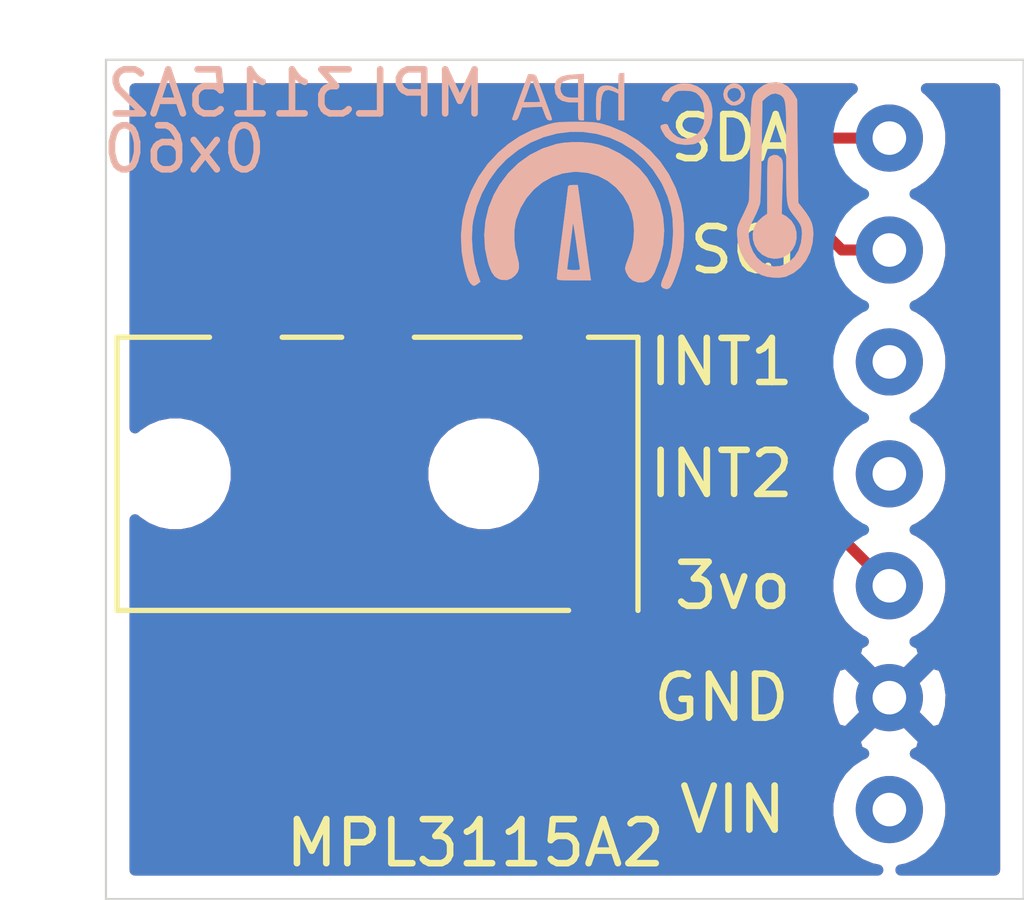
<source format=kicad_pcb>
(kicad_pcb (version 20171130) (host pcbnew "(5.1.5)-3")

  (general
    (thickness 1.6)
    (drawings 7)
    (tracks 9)
    (zones 0)
    (modules 3)
    (nets 8)
  )

  (page A4)
  (layers
    (0 F.Cu signal)
    (31 B.Cu signal)
    (32 B.Adhes user)
    (33 F.Adhes user)
    (34 B.Paste user)
    (35 F.Paste user)
    (36 B.SilkS user)
    (37 F.SilkS user)
    (38 B.Mask user)
    (39 F.Mask user)
    (40 Dwgs.User user)
    (41 Cmts.User user)
    (42 Eco1.User user)
    (43 Eco2.User user)
    (44 Edge.Cuts user)
    (45 Margin user)
    (46 B.CrtYd user)
    (47 F.CrtYd user)
    (48 B.Fab user)
    (49 F.Fab user)
  )

  (setup
    (last_trace_width 0.25)
    (trace_clearance 0.2)
    (zone_clearance 0.508)
    (zone_45_only no)
    (trace_min 0.2)
    (via_size 0.8)
    (via_drill 0.4)
    (via_min_size 0.4)
    (via_min_drill 0.3)
    (uvia_size 0.3)
    (uvia_drill 0.1)
    (uvias_allowed no)
    (uvia_min_size 0.2)
    (uvia_min_drill 0.1)
    (edge_width 0.05)
    (segment_width 0.2)
    (pcb_text_width 0.3)
    (pcb_text_size 1.5 1.5)
    (mod_edge_width 0.12)
    (mod_text_size 1 1)
    (mod_text_width 0.15)
    (pad_size 1.524 1.524)
    (pad_drill 0.762)
    (pad_to_mask_clearance 0.051)
    (solder_mask_min_width 0.25)
    (aux_axis_origin 0 0)
    (visible_elements 7FFFFFFF)
    (pcbplotparams
      (layerselection 0x010fc_ffffffff)
      (usegerberextensions false)
      (usegerberattributes false)
      (usegerberadvancedattributes false)
      (creategerberjobfile false)
      (excludeedgelayer true)
      (linewidth 0.100000)
      (plotframeref false)
      (viasonmask false)
      (mode 1)
      (useauxorigin false)
      (hpglpennumber 1)
      (hpglpenspeed 20)
      (hpglpendiameter 15.000000)
      (psnegative false)
      (psa4output false)
      (plotreference true)
      (plotvalue true)
      (plotinvisibletext false)
      (padsonsilk false)
      (subtractmaskfromsilk false)
      (outputformat 1)
      (mirror false)
      (drillshape 0)
      (scaleselection 1)
      (outputdirectory "gerbers/"))
  )

  (net 0 "")
  (net 1 GND)
  (net 2 SDA)
  (net 3 SCL)
  (net 4 +3V3)
  (net 5 "Net-(U1-Pad5)")
  (net 6 "Net-(U1-Pad4)")
  (net 7 "Net-(U1-Pad1)")

  (net_class Default "Ceci est la Netclass par défaut."
    (clearance 0.2)
    (trace_width 0.25)
    (via_dia 0.8)
    (via_drill 0.4)
    (uvia_dia 0.3)
    (uvia_drill 0.1)
    (add_net +3V3)
    (add_net GND)
    (add_net "Net-(U1-Pad1)")
    (add_net "Net-(U1-Pad4)")
    (add_net "Net-(U1-Pad5)")
    (add_net SCL)
    (add_net SDA)
  )

  (module usini_sensors:module_mpl3115a2 (layer F.Cu) (tedit 5FE091A3) (tstamp 5FDD16BA)
    (at 182.118 28.448 180)
    (path /5FDD0FA7)
    (fp_text reference U1 (at 2.921 -12.446 180) (layer F.SilkS) hide
      (effects (font (size 1 1) (thickness 0.15)))
    )
    (fp_text value module_mpl3115a2 (at 8.509 7.366 180) (layer F.Fab)
      (effects (font (size 1 1) (thickness 0.15)))
    )
    (fp_text user SDA (at 6.096 5.08 180) (layer F.SilkS)
      (effects (font (size 1 1) (thickness 0.15)))
    )
    (fp_text user SCI (at 5.842 2.54 180) (layer F.SilkS)
      (effects (font (size 1 1) (thickness 0.15)))
    )
    (fp_text user INT1 (at 6.35 0 180) (layer F.SilkS)
      (effects (font (size 1 1) (thickness 0.15)))
    )
    (fp_text user INT2 (at 6.35 -2.54 180) (layer F.SilkS)
      (effects (font (size 1 1) (thickness 0.15)))
    )
    (fp_text user 3vo (at 6.096 -5.08 180) (layer F.SilkS)
      (effects (font (size 1 1) (thickness 0.15)))
    )
    (fp_text user GND (at 6.35 -7.62 180) (layer F.SilkS)
      (effects (font (size 1 1) (thickness 0.15)))
    )
    (fp_text user VIN (at 6.096 -10.16 180) (layer F.SilkS)
      (effects (font (size 1 1) (thickness 0.15)))
    )
    (pad 7 thru_hole circle (at 2.54 5.08 180) (size 1.524 1.524) (drill 0.762) (layers *.Cu *.Mask)
      (net 2 SDA))
    (pad 6 thru_hole circle (at 2.54 2.54 180) (size 1.524 1.524) (drill 0.762) (layers *.Cu *.Mask)
      (net 3 SCL))
    (pad 5 thru_hole circle (at 2.54 0 180) (size 1.524 1.524) (drill 0.762) (layers *.Cu *.Mask)
      (net 5 "Net-(U1-Pad5)"))
    (pad 4 thru_hole circle (at 2.54 -2.54 180) (size 1.524 1.524) (drill 0.762) (layers *.Cu *.Mask)
      (net 6 "Net-(U1-Pad4)"))
    (pad 3 thru_hole circle (at 2.54 -5.08 180) (size 1.524 1.524) (drill 0.762) (layers *.Cu *.Mask)
      (net 4 +3V3))
    (pad 2 thru_hole circle (at 2.54 -7.62 180) (size 1.524 1.524) (drill 0.762) (layers *.Cu *.Mask)
      (net 1 GND))
    (pad 1 thru_hole circle (at 2.54 -10.16 180) (size 1.524 1.524) (drill 0.762) (layers *.Cu *.Mask)
      (net 7 "Net-(U1-Pad1)"))
    (model ${KIPRJMOD}/usini_sensors.pretty/MPL3115A2.step
      (offset (xyz 0 -6.5 10.76))
      (scale (xyz 1 1 1))
      (rotate (xyz 0 0 0))
    )
    (model ${KISYS3DMOD}/Connector_PinHeader_2.54mm.3dshapes/PinHeader_1x07_P2.54mm_Vertical.step
      (offset (xyz 2.5 10 9.5))
      (scale (xyz 1 1 1))
      (rotate (xyz 0 180 0))
    )
    (model ${KISYS3DMOD}/Connector_PinSocket_2.54mm.3dshapes/PinSocket_1x07_P2.54mm_Vertical.step
      (offset (xyz 2.5 10 0))
      (scale (xyz 1 1 1))
      (rotate (xyz 0 0 0))
    )
  )

  (module usini_sensors:temp_hum_baro_logo (layer B.Cu) (tedit 5FDCB3DA) (tstamp 5FDA7B51)
    (at 174.498 24.384 180)
    (fp_text reference L1 (at -4.064 -5.588 180) (layer B.SilkS) hide
      (effects (font (size 1.524 1.524) (thickness 0.3)) (justify mirror))
    )
    (fp_text value LOGO (at 0.762 -5.842 180) (layer B.SilkS) hide
      (effects (font (size 1.524 1.524) (thickness 0.3)) (justify mirror))
    )
    (fp_poly (pts (xy -2.381278 0.600802) (xy -2.3622 0.584201) (xy -2.346297 0.565731) (xy -2.334104 0.541864)
      (xy -2.325132 0.506149) (xy -2.318888 0.452133) (xy -2.314884 0.373365) (xy -2.312629 0.263393)
      (xy -2.311631 0.115763) (xy -2.311401 -0.075974) (xy -2.3114 -0.08401) (xy -2.3114 -0.70142)
      (xy -2.200925 -0.779291) (xy -2.088498 -0.885343) (xy -2.016829 -1.009894) (xy -1.983801 -1.144851)
      (xy -1.987301 -1.282125) (xy -2.025212 -1.413623) (xy -2.095421 -1.531255) (xy -2.195812 -1.62693)
      (xy -2.32427 -1.692557) (xy -2.446301 -1.71803) (xy -2.542653 -1.715142) (xy -2.639008 -1.695409)
      (xy -2.650359 -1.6915) (xy -2.780676 -1.619094) (xy -2.878212 -1.51639) (xy -2.942428 -1.392347)
      (xy -2.972782 -1.255925) (xy -2.968735 -1.116084) (xy -2.929746 -0.981783) (xy -2.855274 -0.861984)
      (xy -2.744781 -0.765645) (xy -2.707488 -0.744185) (xy -2.633676 -0.705797) (xy -2.650614 -0.102675)
      (xy -2.655804 0.087837) (xy -2.659067 0.234284) (xy -2.660043 0.343376) (xy -2.658373 0.421824)
      (xy -2.653697 0.476337) (xy -2.645653 0.513627) (xy -2.633883 0.540404) (xy -2.618026 0.563378)
      (xy -2.614633 0.567724) (xy -2.543967 0.622001) (xy -2.460981 0.633366) (xy -2.381278 0.600802)) (layer B.SilkS) (width 0.01))
    (fp_poly (pts (xy -1.482186 2.242429) (xy -1.392361 2.189092) (xy -1.335388 2.10802) (xy -1.31398 2.012273)
      (xy -1.330854 1.914911) (xy -1.388722 1.828995) (xy -1.395047 1.823146) (xy -1.489515 1.765679)
      (xy -1.589585 1.758448) (xy -1.682112 1.792194) (xy -1.759629 1.857258) (xy -1.79819 1.939059)
      (xy -1.801816 2.020306) (xy -1.719403 2.020306) (xy -1.707816 1.947809) (xy -1.660339 1.884289)
      (xy -1.625179 1.861465) (xy -1.569889 1.836131) (xy -1.532575 1.835215) (xy -1.489323 1.86168)
      (xy -1.463926 1.881444) (xy -1.409618 1.949488) (xy -1.397782 2.023912) (xy -1.423789 2.092063)
      (xy -1.483011 2.141289) (xy -1.565452 2.159) (xy -1.645558 2.139168) (xy -1.697762 2.088514)
      (xy -1.719403 2.020306) (xy -1.801816 2.020306) (xy -1.802151 2.027789) (xy -1.775868 2.113638)
      (xy -1.723697 2.186797) (xy -1.649992 2.237456) (xy -1.559111 2.255807) (xy -1.482186 2.242429)) (layer B.SilkS) (width 0.01))
    (fp_poly (pts (xy 3.297912 1.961871) (xy 3.352097 1.811488) (xy 3.399853 1.677312) (xy 3.438623 1.566659)
      (xy 3.465854 1.486844) (xy 3.478989 1.44518) (xy 3.4798 1.441171) (xy 3.458182 1.426636)
      (xy 3.421224 1.4224) (xy 3.384762 1.430791) (xy 3.355315 1.463031) (xy 3.324849 1.529721)
      (xy 3.310567 1.56845) (xy 3.258485 1.7145) (xy 2.801465 1.729008) (xy 2.745568 1.575704)
      (xy 2.711575 1.490447) (xy 2.68299 1.443637) (xy 2.651774 1.424733) (xy 2.628662 1.4224)
      (xy 2.590634 1.425238) (xy 2.579623 1.442894) (xy 2.591776 1.489082) (xy 2.601913 1.51765)
      (xy 2.626161 1.584468) (xy 2.661944 1.682319) (xy 2.70567 1.801462) (xy 2.719654 1.839477)
      (xy 2.8448 1.839477) (xy 2.868126 1.834369) (xy 2.929821 1.830592) (xy 3.017457 1.828846)
      (xy 3.034929 1.8288) (xy 3.225058 1.8288) (xy 3.178154 1.94945) (xy 3.141282 2.048552)
      (xy 3.102118 2.160061) (xy 3.086825 2.205732) (xy 3.059748 2.275275) (xy 3.035346 2.315791)
      (xy 3.022152 2.320032) (xy 3.007404 2.290501) (xy 2.981033 2.226107) (xy 2.947904 2.140037)
      (xy 2.912885 2.045476) (xy 2.880841 1.95561) (xy 2.856639 1.883626) (xy 2.845145 1.84271)
      (xy 2.8448 1.839477) (xy 2.719654 1.839477) (xy 2.753748 1.932153) (xy 2.802586 2.06465)
      (xy 2.848593 2.189211) (xy 2.888177 2.296093) (xy 2.917748 2.375553) (xy 2.933714 2.417849)
      (xy 2.934302 2.41935) (xy 2.975133 2.455489) (xy 3.03393 2.4638) (xy 3.116025 2.4638)
      (xy 3.297912 1.961871)) (layer B.SilkS) (width 0.01))
    (fp_poly (pts (xy 2.077999 2.458086) (xy 2.243838 2.440751) (xy 2.365257 2.408102) (xy 2.447221 2.356726)
      (xy 2.494698 2.28321) (xy 2.512652 2.18414) (xy 2.513135 2.159) (xy 2.494507 2.026583)
      (xy 2.439012 1.928468) (xy 2.345916 1.864003) (xy 2.214481 1.83254) (xy 2.13995 1.828968)
      (xy 1.9812 1.8288) (xy 1.9812 1.6256) (xy 1.980523 1.524822) (xy 1.976333 1.464477)
      (xy 1.965392 1.434203) (xy 1.944461 1.423633) (xy 1.9177 1.4224) (xy 1.8542 1.4224)
      (xy 1.8542 1.9304) (xy 1.9812 1.9304) (xy 2.117474 1.9304) (xy 2.223284 1.938921)
      (xy 2.298469 1.967549) (xy 2.320674 1.983044) (xy 2.371701 2.052719) (xy 2.389743 2.144467)
      (xy 2.372018 2.23951) (xy 2.361901 2.261159) (xy 2.315896 2.302523) (xy 2.234597 2.336408)
      (xy 2.13346 2.357585) (xy 2.06375 2.362059) (xy 1.9812 2.3622) (xy 1.9812 1.9304)
      (xy 1.8542 1.9304) (xy 1.8542 2.470847) (xy 2.077999 2.458086)) (layer B.SilkS) (width 0.01))
    (fp_poly (pts (xy 1.035623 2.48682) (xy 1.054558 2.472537) (xy 1.063681 2.435642) (xy 1.06657 2.365422)
      (xy 1.0668 2.299074) (xy 1.0668 2.108947) (xy 1.14935 2.159279) (xy 1.234882 2.193716)
      (xy 1.332662 2.207713) (xy 1.42236 2.200149) (xy 1.475401 2.177243) (xy 1.515888 2.137614)
      (xy 1.544054 2.085343) (xy 1.561909 2.011364) (xy 1.571463 1.906609) (xy 1.574725 1.762015)
      (xy 1.5748 1.72887) (xy 1.574306 1.599795) (xy 1.571898 1.513121) (xy 1.566183 1.460452)
      (xy 1.55577 1.433393) (xy 1.539268 1.423547) (xy 1.524 1.4224) (xy 1.500138 1.426127)
      (xy 1.485189 1.443668) (xy 1.477092 1.484564) (xy 1.473784 1.558355) (xy 1.4732 1.657518)
      (xy 1.46714 1.836082) (xy 1.447516 1.967918) (xy 1.412157 2.055805) (xy 1.358894 2.102521)
      (xy 1.285555 2.110843) (xy 1.189972 2.08355) (xy 1.153188 2.067206) (xy 1.0668 2.026212)
      (xy 1.0668 1.4224) (xy 0.9398 1.4224) (xy 0.9398 2.4892) (xy 1.0033 2.4892)
      (xy 1.035623 2.48682)) (layer B.SilkS) (width 0.01))
    (fp_poly (pts (xy -0.2667 2.232565) (xy -0.125654 2.170321) (xy -0.010612 2.071882) (xy 0.050845 1.981111)
      (xy 0.081145 1.914971) (xy 0.080611 1.878605) (xy 0.043464 1.857597) (xy -0.003646 1.845207)
      (xy -0.055333 1.841102) (xy -0.079963 1.869077) (xy -0.085263 1.886849) (xy -0.112528 1.940799)
      (xy -0.162469 2.003724) (xy -0.178535 2.020004) (xy -0.22458 2.059845) (xy -0.269303 2.082532)
      (xy -0.329163 2.092822) (xy -0.420615 2.095468) (xy -0.439818 2.0955) (xy -0.583793 2.084087)
      (xy -0.691189 2.046386) (xy -0.771641 1.977203) (xy -0.827659 1.886451) (xy -0.859571 1.787502)
      (xy -0.879252 1.658519) (xy -0.88545 1.519069) (xy -0.876911 1.388718) (xy -0.863817 1.321605)
      (xy -0.806398 1.197156) (xy -0.713658 1.096657) (xy -0.596593 1.027244) (xy -0.466195 0.996051)
      (xy -0.370208 1.001267) (xy -0.268012 1.041815) (xy -0.170676 1.116233) (xy -0.095903 1.209239)
      (xy -0.072377 1.25831) (xy -0.046394 1.315283) (xy -0.015786 1.334166) (xy 0.023888 1.329258)
      (xy 0.088377 1.310171) (xy 0.111922 1.28418) (xy 0.102105 1.235695) (xy 0.087325 1.198792)
      (xy 0.00306 1.058027) (xy -0.114691 0.953873) (xy -0.261565 0.889057) (xy -0.433198 0.866306)
      (xy -0.4445 0.866342) (xy -0.540835 0.870849) (xy -0.627122 0.880726) (xy -0.668402 0.889429)
      (xy -0.792464 0.951919) (xy -0.89729 1.054107) (xy -0.979512 1.187431) (xy -1.035762 1.34333)
      (xy -1.062673 1.513245) (xy -1.056877 1.688613) (xy -1.031131 1.8115) (xy -0.960916 1.968548)
      (xy -0.854619 2.095607) (xy -0.719953 2.188428) (xy -0.564631 2.242762) (xy -0.396366 2.254361)
      (xy -0.2667 2.232565)) (layer B.SilkS) (width 0.01))
    (fp_poly (pts (xy -2.361449 2.267964) (xy -2.223617 2.213042) (xy -2.110754 2.128369) (xy -2.072562 2.091044)
      (xy -2.040728 2.057179) (xy -2.014592 2.02195) (xy -1.993497 1.980534) (xy -1.976785 1.928108)
      (xy -1.963797 1.859849) (xy -1.953874 1.770934) (xy -1.94636 1.65654) (xy -1.940594 1.511844)
      (xy -1.93592 1.332023) (xy -1.931678 1.112253) (xy -1.92721 0.847713) (xy -1.925992 0.7747)
      (xy -1.921754 0.538521) (xy -1.917212 0.315889) (xy -1.912523 0.112406) (xy -1.907838 -0.066326)
      (xy -1.903311 -0.214704) (xy -1.899098 -0.327128) (xy -1.89535 -0.397993) (xy -1.89324 -0.4191)
      (xy -1.876083 -0.472939) (xy -1.840742 -0.558603) (xy -1.792851 -0.663045) (xy -1.752399 -0.745237)
      (xy -1.694798 -0.862005) (xy -1.657673 -0.948543) (xy -1.636672 -1.01894) (xy -1.627442 -1.087285)
      (xy -1.6256 -1.155724) (xy -1.647179 -1.369624) (xy -1.708713 -1.572916) (xy -1.805398 -1.757521)
      (xy -1.932429 -1.915361) (xy -2.085001 -2.038356) (xy -2.180882 -2.089478) (xy -2.306002 -2.127975)
      (xy -2.453016 -2.147989) (xy -2.600038 -2.148129) (xy -2.725182 -2.127009) (xy -2.733134 -2.12451)
      (xy -2.908046 -2.041373) (xy -3.059756 -1.917583) (xy -3.184142 -1.75957) (xy -3.277078 -1.573763)
      (xy -3.33444 -1.366593) (xy -3.351786 -1.164684) (xy -3.0988 -1.164684) (xy -3.0988 -1.165842)
      (xy -3.078551 -1.357394) (xy -3.020671 -1.531546) (xy -2.929464 -1.680329) (xy -2.809231 -1.795776)
      (xy -2.734049 -1.841303) (xy -2.593408 -1.893016) (xy -2.45664 -1.900931) (xy -2.333205 -1.875521)
      (xy -2.196132 -1.809069) (xy -2.077195 -1.701706) (xy -1.982119 -1.561781) (xy -1.916629 -1.397643)
      (xy -1.886874 -1.224566) (xy -1.883082 -1.147025) (xy -1.886115 -1.08582) (xy -1.89979 -1.027235)
      (xy -1.927921 -0.957555) (xy -1.974325 -0.863065) (xy -2.002951 -0.80731) (xy -2.057734 -0.693763)
      (xy -2.10393 -0.584444) (xy -2.135525 -0.49434) (xy -2.145599 -0.45171) (xy -2.14927 -0.403554)
      (xy -2.15347 -0.310472) (xy -2.158038 -0.178331) (xy -2.16281 -0.013001) (xy -2.167624 0.179651)
      (xy -2.172319 0.393755) (xy -2.176731 0.623443) (xy -2.179034 0.757625) (xy -2.1971 1.858149)
      (xy -2.291977 1.945075) (xy -2.393937 2.013008) (xy -2.4961 2.032485) (xy -2.593969 2.002871)
      (xy -2.613232 1.990581) (xy -2.643062 1.96812) (xy -2.667944 1.943171) (xy -2.688325 1.911191)
      (xy -2.704654 1.867637) (xy -2.717379 1.807964) (xy -2.726948 1.72763) (xy -2.73381 1.62209)
      (xy -2.738412 1.486801) (xy -2.741203 1.31722) (xy -2.742631 1.108802) (xy -2.743145 0.857006)
      (xy -2.7432 0.673101) (xy -2.743174 0.396812) (xy -2.743537 0.166246) (xy -2.744955 -0.023671)
      (xy -2.748092 -0.178015) (xy -2.753612 -0.301861) (xy -2.762182 -0.400286) (xy -2.774465 -0.478365)
      (xy -2.791127 -0.541173) (xy -2.812831 -0.593785) (xy -2.840243 -0.641278) (xy -2.874027 -0.688726)
      (xy -2.914849 -0.741205) (xy -2.931155 -0.762) (xy -3.007267 -0.862493) (xy -3.056165 -0.938743)
      (xy -3.083773 -1.005016) (xy -3.096011 -1.075575) (xy -3.0988 -1.164684) (xy -3.351786 -1.164684)
      (xy -3.352243 -1.159374) (xy -3.343824 -1.02535) (xy -3.315677 -0.907878) (xy -3.262104 -0.792673)
      (xy -3.177409 -0.66545) (xy -3.131205 -0.605019) (xy -3.0099 -0.450662) (xy -2.9845 1.8923)
      (xy -2.921 2.00433) (xy -2.861205 2.0902) (xy -2.787759 2.170623) (xy -2.76325 2.192112)
      (xy -2.642282 2.258576) (xy -2.504676 2.283501) (xy -2.361449 2.267964)) (layer B.SilkS) (width 0.01))
    (fp_poly (pts (xy 2.176458 -0.057017) (xy 2.20792 -0.076997) (xy 2.2098 -0.086708) (xy 2.212933 -0.119117)
      (xy 2.22187 -0.196273) (xy 2.235915 -0.31254) (xy 2.254371 -0.462284) (xy 2.276543 -0.639869)
      (xy 2.301734 -0.839658) (xy 2.329249 -1.056018) (xy 2.3368 -1.115084) (xy 2.364857 -1.335609)
      (xy 2.390765 -1.541687) (xy 2.413826 -1.727568) (xy 2.433339 -1.887506) (xy 2.448604 -2.015753)
      (xy 2.458923 -2.106559) (xy 2.463596 -2.154178) (xy 2.4638 -2.158676) (xy 2.461384 -2.178249)
      (xy 2.449125 -2.192066) (xy 2.419507 -2.201124) (xy 2.365012 -2.206425) (xy 2.278124 -2.208968)
      (xy 2.151326 -2.209753) (xy 2.079476 -2.2098) (xy 1.695153 -2.2098) (xy 1.707679 -2.12725)
      (xy 1.713835 -2.084278) (xy 1.726049 -1.996935) (xy 1.732551 -1.950074) (xy 1.939398 -1.950074)
      (xy 1.949569 -1.97094) (xy 1.986014 -1.979471) (xy 2.059714 -1.981188) (xy 2.083434 -1.9812)
      (xy 2.163624 -1.977921) (xy 2.218628 -1.969403) (xy 2.2352 -1.959633) (xy 2.232009 -1.928773)
      (xy 2.223127 -1.855748) (xy 2.209591 -1.748746) (xy 2.192438 -1.615954) (xy 2.172702 -1.465562)
      (xy 2.1717 -1.457983) (xy 2.151804 -1.305739) (xy 2.13446 -1.169543) (xy 2.120713 -1.057902)
      (xy 2.111613 -0.979323) (xy 2.108204 -0.942314) (xy 2.1082 -0.941916) (xy 2.101212 -0.917093)
      (xy 2.095115 -0.919018) (xy 2.087637 -0.947214) (xy 2.074863 -1.017535) (xy 2.058122 -1.121739)
      (xy 2.038742 -1.251583) (xy 2.019698 -1.386801) (xy 1.998794 -1.537991) (xy 1.979387 -1.675971)
      (xy 1.962856 -1.791103) (xy 1.950584 -1.873753) (xy 1.944517 -1.91135) (xy 1.939398 -1.950074)
      (xy 1.732551 -1.950074) (xy 1.743499 -1.871179) (xy 1.76536 -1.712973) (xy 1.790809 -1.528274)
      (xy 1.819024 -1.323044) (xy 1.849181 -1.103243) (xy 1.856786 -1.04775) (xy 1.993366 -0.0508)
      (xy 2.101583 -0.0508) (xy 2.176458 -0.057017)) (layer B.SilkS) (width 0.01))
    (fp_poly (pts (xy 2.311888 0.907888) (xy 2.473358 0.880112) (xy 2.787892 0.778117) (xy 3.076582 0.632904)
      (xy 3.337361 0.446146) (xy 3.568162 0.219516) (xy 3.766919 -0.045311) (xy 3.895345 -0.271246)
      (xy 4.012175 -0.560078) (xy 4.084453 -0.865941) (xy 4.11164 -1.180499) (xy 4.093198 -1.495416)
      (xy 4.028587 -1.802355) (xy 4.000097 -1.891704) (xy 3.941684 -2.028873) (xy 3.873897 -2.122121)
      (xy 3.790579 -2.178227) (xy 3.721166 -2.198763) (xy 3.602493 -2.203859) (xy 3.499842 -2.167076)
      (xy 3.412262 -2.096542) (xy 3.355709 -2.021114) (xy 3.329223 -1.93256) (xy 3.332228 -1.82213)
      (xy 3.364145 -1.681078) (xy 3.381156 -1.6256) (xy 3.417987 -1.460894) (xy 3.435144 -1.270345)
      (xy 3.432332 -1.074925) (xy 3.409254 -0.895608) (xy 3.392421 -0.826584) (xy 3.294366 -0.572222)
      (xy 3.158814 -0.345177) (xy 2.9904 -0.149096) (xy 2.793762 0.01237) (xy 2.573534 0.135575)
      (xy 2.334353 0.216871) (xy 2.080854 0.252608) (xy 2.019299 0.254) (xy 1.76601 0.229843)
      (xy 1.528834 0.159726) (xy 1.312429 0.047182) (xy 1.121456 -0.104258) (xy 0.960576 -0.291059)
      (xy 0.834447 -0.50969) (xy 0.763892 -0.697674) (xy 0.726792 -0.87762) (xy 0.712882 -1.076499)
      (xy 0.721789 -1.27621) (xy 0.75314 -1.458655) (xy 0.781449 -1.5494) (xy 0.835497 -1.690385)
      (xy 0.873871 -1.792258) (xy 0.89845 -1.86358) (xy 0.911115 -1.91291) (xy 0.913746 -1.948805)
      (xy 0.908223 -1.979826) (xy 0.896427 -2.014532) (xy 0.888502 -2.036694) (xy 0.826887 -2.143537)
      (xy 0.734387 -2.218407) (xy 0.62259 -2.257197) (xy 0.503088 -2.255798) (xy 0.391774 -2.212768)
      (xy 0.326549 -2.152272) (xy 0.263561 -2.057089) (xy 0.246961 -2.024283) (xy 0.126784 -1.714443)
      (xy 0.055425 -1.398979) (xy 0.032537 -1.082138) (xy 0.057774 -0.768164) (xy 0.130791 -0.461301)
      (xy 0.25124 -0.165795) (xy 0.418777 0.11411) (xy 0.421687 0.118225) (xy 0.594583 0.322895)
      (xy 0.80601 0.508798) (xy 1.044954 0.668392) (xy 1.300402 0.794137) (xy 1.515105 0.866874)
      (xy 1.692139 0.90101) (xy 1.896759 0.919402) (xy 2.109748 0.921783) (xy 2.311888 0.907888)) (layer B.SilkS) (width 0.01))
    (fp_poly (pts (xy 2.0447 1.382774) (xy 2.208558 1.38157) (xy 2.333272 1.378419) (xy 2.430493 1.372071)
      (xy 2.511873 1.361277) (xy 2.589062 1.344787) (xy 2.673712 1.321351) (xy 2.7051 1.311932)
      (xy 3.02192 1.19823) (xy 3.304225 1.057625) (xy 3.564239 0.883112) (xy 3.790728 0.689926)
      (xy 4.034991 0.427335) (xy 4.240786 0.136944) (xy 4.406166 -0.175842) (xy 4.529184 -0.505616)
      (xy 4.607893 -0.846972) (xy 4.640346 -1.194503) (xy 4.624596 -1.542803) (xy 4.616704 -1.603675)
      (xy 4.584036 -1.798858) (xy 4.545517 -1.972366) (xy 4.503281 -2.11685) (xy 4.459462 -2.224962)
      (xy 4.418123 -2.287476) (xy 4.369164 -2.327609) (xy 4.327159 -2.33017) (xy 4.272496 -2.295328)
      (xy 4.264333 -2.288786) (xy 4.205038 -2.240772) (xy 4.261781 -2.079236) (xy 4.333329 -1.822591)
      (xy 4.378918 -1.542886) (xy 4.397019 -1.257907) (xy 4.386103 -0.985445) (xy 4.367505 -0.849214)
      (xy 4.289519 -0.540064) (xy 4.168523 -0.235816) (xy 4.010248 0.053018) (xy 3.820424 0.315924)
      (xy 3.613103 0.534827) (xy 3.346312 0.747559) (xy 3.063536 0.915751) (xy 2.769002 1.040114)
      (xy 2.466938 1.121358) (xy 2.16157 1.160197) (xy 1.857125 1.15734) (xy 1.557832 1.1135)
      (xy 1.267916 1.029388) (xy 0.991606 0.905715) (xy 0.733128 0.743192) (xy 0.496709 0.542532)
      (xy 0.286577 0.304444) (xy 0.106958 0.029642) (xy 0.057829 -0.0635) (xy -0.049259 -0.308831)
      (xy -0.121716 -0.552153) (xy -0.162306 -0.807151) (xy -0.173791 -1.087512) (xy -0.171287 -1.198545)
      (xy -0.152624 -1.458585) (xy -0.115036 -1.68664) (xy -0.05492 -1.899158) (xy 0.026573 -2.102159)
      (xy 0.074004 -2.214811) (xy 0.096181 -2.292451) (xy 0.09389 -2.343687) (xy 0.067913 -2.377127)
      (xy 0.052469 -2.386706) (xy -0.023442 -2.411254) (xy -0.082603 -2.390344) (xy -0.113413 -2.35585)
      (xy -0.152239 -2.285646) (xy -0.198928 -2.178397) (xy -0.248989 -2.046333) (xy -0.297932 -1.901683)
      (xy -0.341266 -1.756678) (xy -0.360968 -1.681667) (xy -0.399749 -1.462234) (xy -0.417655 -1.214377)
      (xy -0.414904 -0.955886) (xy -0.391715 -0.704552) (xy -0.348303 -0.478163) (xy -0.346155 -0.4699)
      (xy -0.230259 -0.123274) (xy -0.073513 0.19485) (xy 0.121785 0.482144) (xy 0.353339 0.736279)
      (xy 0.618854 0.954928) (xy 0.916033 1.135761) (xy 1.242579 1.276451) (xy 1.4351 1.336209)
      (xy 1.516834 1.355387) (xy 1.604031 1.368817) (xy 1.707484 1.377323) (xy 1.837984 1.381731)
      (xy 2.006323 1.382865) (xy 2.0447 1.382774)) (layer B.SilkS) (width 0.01))
  )

  (module usini_sensors:jack_3.5mm_TRRS (layer F.Cu) (tedit 5FDB7F81) (tstamp 5FDA3052)
    (at 168.148 30.988)
    (descr "Headphones with microphone connector, 3.5mm, 4 pins (http://www.qingpu-electronics.com/en/products/WQP-PJ320D-72.html)")
    (tags "3.5mm jack mic microphone phones headphones 4pins audio plug")
    (path /5FDC3E76)
    (attr smd)
    (fp_text reference J1 (at -0.508 0.508 90) (layer F.SilkS) hide
      (effects (font (size 1 1) (thickness 0.15)))
    )
    (fp_text value AudioJack4 (at -0.025 6.35) (layer F.Fab)
      (effects (font (size 1 1) (thickness 0.15)))
    )
    (fp_circle (center 3.9 -2.35) (end 3.95 -2.1) (layer F.Fab) (width 0.12))
    (fp_line (start -6.096 -3.1) (end -6.096 3.1) (layer F.SilkS) (width 0.12))
    (fp_line (start -8.73 -5) (end 6.07 -5) (layer F.CrtYd) (width 0.05))
    (fp_line (start -8.73 5) (end 6.07 5) (layer F.CrtYd) (width 0.05))
    (fp_line (start 5.725 3.1) (end 5.725 -3.1) (layer F.SilkS) (width 0.12))
    (fp_line (start -8.73 5) (end -8.73 -5) (layer F.CrtYd) (width 0.05))
    (fp_line (start 6.07 5) (end 6.07 -5) (layer F.CrtYd) (width 0.05))
    (fp_line (start -6.096 -3.1) (end -4 -3.1) (layer F.SilkS) (width 0.12))
    (fp_line (start -2.35 -3.1) (end -1 -3.1) (layer F.SilkS) (width 0.12))
    (fp_line (start 0.65 -3.1) (end 3.05 -3.1) (layer F.SilkS) (width 0.12))
    (fp_line (start 4.6 -3.1) (end 5.725 -3.1) (layer F.SilkS) (width 0.12))
    (fp_line (start 4.15 3.1) (end -6.096 3.1) (layer F.SilkS) (width 0.12))
    (fp_line (start 5.575 -2.9) (end 5.575 2.9) (layer F.Fab) (width 0.1))
    (fp_line (start -6.096 -2.9) (end 5.575 -2.9) (layer F.Fab) (width 0.1))
    (fp_line (start -6.096 -2.3) (end -6.096 -2.9) (layer F.Fab) (width 0.1))
    (fp_line (start -8.225 -2.3) (end -6.096 -2.3) (layer F.Fab) (width 0.1))
    (fp_line (start -8.225 2.3) (end -8.225 -2.3) (layer F.Fab) (width 0.1))
    (fp_line (start -6.096 2.3) (end -8.225 2.3) (layer F.Fab) (width 0.1))
    (fp_line (start -6.096 2.9) (end -6.096 2.286) (layer F.Fab) (width 0.1))
    (fp_line (start 5.575 2.9) (end -6.096 2.9) (layer F.Fab) (width 0.1))
    (fp_text user %R (at -1.195 0) (layer F.Fab)
      (effects (font (size 1 1) (thickness 0.15)))
    )
    (pad "" np_thru_hole circle (at 2.225 0) (size 1.5 1.5) (drill 1.5) (layers *.Cu *.Mask))
    (pad "" np_thru_hole circle (at -4.775 0) (size 1.5 1.5) (drill 1.5) (layers *.Cu *.Mask))
    (pad R2 smd roundrect (at -3.175 -4.572) (size 1.2 3.2) (layers F.Cu F.Paste F.Mask) (roundrect_rratio 0.25)
      (net 2 SDA))
    (pad R1 smd roundrect (at -0.175 -4.572) (size 1.2 3.2) (layers F.Cu F.Paste F.Mask) (roundrect_rratio 0.25)
      (net 3 SCL))
    (pad T smd roundrect (at 3.81 -4.572) (size 1.2 3.2) (layers F.Cu F.Paste F.Mask) (roundrect_rratio 0.25)
      (net 4 +3V3))
    (pad S smd roundrect (at 4.925 4.572) (size 1.2 3.2) (layers F.Cu F.Paste F.Mask) (roundrect_rratio 0.25)
      (net 1 GND))
    (model ${KIPRJMOD}/usini_sensors.pretty/audio_3.5mm_trrs.step
      (offset (xyz 5.5 -3 0))
      (scale (xyz 1 1 1))
      (rotate (xyz 0 0 -90))
    )
  )

  (gr_text MPL3115A2 (at 170.18 39.37) (layer F.SilkS)
    (effects (font (size 1 1) (thickness 0.15)))
  )
  (gr_line (start 182.626 40.64) (end 182.626 21.59) (layer Edge.Cuts) (width 0.05))
  (gr_line (start 161.798 40.64) (end 182.626 40.64) (layer Edge.Cuts) (width 0.05))
  (gr_line (start 161.798 21.59) (end 161.798 40.64) (layer Edge.Cuts) (width 0.05))
  (gr_line (start 182.626 21.59) (end 161.798 21.59) (layer Edge.Cuts) (width 0.05))
  (gr_text 0x60 (at 163.576 23.622) (layer B.SilkS)
    (effects (font (size 1 1) (thickness 0.15)) (justify mirror))
  )
  (gr_text MPL3115A2 (at 166.116 22.352) (layer B.SilkS)
    (effects (font (size 1 1) (thickness 0.15)) (justify mirror))
  )

  (segment (start 168.021 23.368) (end 164.973 26.416) (width 0.25) (layer F.Cu) (net 2))
  (segment (start 179.578 23.368) (end 168.021 23.368) (width 0.25) (layer F.Cu) (net 2))
  (segment (start 171.113 23.876) (end 176.46837 23.876) (width 0.25) (layer F.Cu) (net 3))
  (segment (start 178.50037 25.908) (end 179.578 25.908) (width 0.25) (layer F.Cu) (net 3))
  (segment (start 176.46837 23.876) (end 178.50037 25.908) (width 0.25) (layer F.Cu) (net 3))
  (segment (start 168.573 26.416) (end 171.113 23.876) (width 0.25) (layer F.Cu) (net 3))
  (segment (start 167.973 26.416) (end 168.573 26.416) (width 0.25) (layer F.Cu) (net 3))
  (segment (start 172.466 26.416) (end 171.958 26.416) (width 0.25) (layer F.Cu) (net 4))
  (segment (start 179.578 33.528) (end 172.466 26.416) (width 0.25) (layer F.Cu) (net 4))

  (zone (net 1) (net_name GND) (layer F.Cu) (tstamp 5FE0F795) (hatch edge 0.508)
    (connect_pads (clearance 0.508))
    (min_thickness 0.254)
    (fill yes (arc_segments 32) (thermal_gap 0.508) (thermal_bridge_width 0.508))
    (polygon
      (pts
        (xy 182.626 40.64) (xy 161.798 40.64) (xy 161.798 21.59) (xy 182.626 21.59)
      )
    )
    (filled_polygon
      (pts
        (xy 178.687465 22.28288) (xy 178.49288 22.477465) (xy 178.405659 22.608) (xy 168.058323 22.608) (xy 168.021 22.604324)
        (xy 167.983677 22.608) (xy 167.983667 22.608) (xy 167.872014 22.618997) (xy 167.728753 22.662454) (xy 167.596723 22.733026)
        (xy 167.513083 22.801668) (xy 167.480999 22.827999) (xy 167.457201 22.856997) (xy 165.895233 24.418966) (xy 165.794165 24.336022)
        (xy 165.631985 24.249334) (xy 165.456009 24.195953) (xy 165.273 24.177928) (xy 164.673 24.177928) (xy 164.489991 24.195953)
        (xy 164.314015 24.249334) (xy 164.151835 24.336022) (xy 164.009683 24.452683) (xy 163.893022 24.594835) (xy 163.806334 24.757015)
        (xy 163.752953 24.932991) (xy 163.734928 25.116) (xy 163.734928 27.716) (xy 163.752953 27.899009) (xy 163.806334 28.074985)
        (xy 163.893022 28.237165) (xy 164.009683 28.379317) (xy 164.151835 28.495978) (xy 164.314015 28.582666) (xy 164.489991 28.636047)
        (xy 164.673 28.654072) (xy 165.273 28.654072) (xy 165.456009 28.636047) (xy 165.631985 28.582666) (xy 165.794165 28.495978)
        (xy 165.936317 28.379317) (xy 166.052978 28.237165) (xy 166.139666 28.074985) (xy 166.193047 27.899009) (xy 166.211072 27.716)
        (xy 166.211072 26.252729) (xy 166.734928 25.728873) (xy 166.734928 27.716) (xy 166.752953 27.899009) (xy 166.806334 28.074985)
        (xy 166.893022 28.237165) (xy 167.009683 28.379317) (xy 167.151835 28.495978) (xy 167.314015 28.582666) (xy 167.489991 28.636047)
        (xy 167.673 28.654072) (xy 168.273 28.654072) (xy 168.456009 28.636047) (xy 168.631985 28.582666) (xy 168.794165 28.495978)
        (xy 168.936317 28.379317) (xy 169.052978 28.237165) (xy 169.139666 28.074985) (xy 169.193047 27.899009) (xy 169.211072 27.716)
        (xy 169.211072 26.852729) (xy 170.719928 25.343874) (xy 170.719928 27.716) (xy 170.737953 27.899009) (xy 170.791334 28.074985)
        (xy 170.878022 28.237165) (xy 170.994683 28.379317) (xy 171.136835 28.495978) (xy 171.299015 28.582666) (xy 171.474991 28.636047)
        (xy 171.658 28.654072) (xy 172.258 28.654072) (xy 172.441009 28.636047) (xy 172.616985 28.582666) (xy 172.779165 28.495978)
        (xy 172.921317 28.379317) (xy 173.037978 28.237165) (xy 173.098722 28.123523) (xy 178.211628 33.23643) (xy 178.181 33.390408)
        (xy 178.181 33.665592) (xy 178.234686 33.93549) (xy 178.339995 34.189727) (xy 178.49288 34.418535) (xy 178.687465 34.61312)
        (xy 178.916273 34.766005) (xy 178.987943 34.795692) (xy 178.974977 34.800364) (xy 178.85902 34.862344) (xy 178.79204 35.102435)
        (xy 179.578 35.888395) (xy 180.36396 35.102435) (xy 180.29698 34.862344) (xy 180.16124 34.798515) (xy 180.239727 34.766005)
        (xy 180.468535 34.61312) (xy 180.66312 34.418535) (xy 180.816005 34.189727) (xy 180.921314 33.93549) (xy 180.975 33.665592)
        (xy 180.975 33.390408) (xy 180.921314 33.12051) (xy 180.816005 32.866273) (xy 180.66312 32.637465) (xy 180.468535 32.44288)
        (xy 180.239727 32.289995) (xy 180.162485 32.258) (xy 180.239727 32.226005) (xy 180.468535 32.07312) (xy 180.66312 31.878535)
        (xy 180.816005 31.649727) (xy 180.921314 31.39549) (xy 180.975 31.125592) (xy 180.975 30.850408) (xy 180.921314 30.58051)
        (xy 180.816005 30.326273) (xy 180.66312 30.097465) (xy 180.468535 29.90288) (xy 180.239727 29.749995) (xy 180.162485 29.718)
        (xy 180.239727 29.686005) (xy 180.468535 29.53312) (xy 180.66312 29.338535) (xy 180.816005 29.109727) (xy 180.921314 28.85549)
        (xy 180.975 28.585592) (xy 180.975 28.310408) (xy 180.921314 28.04051) (xy 180.816005 27.786273) (xy 180.66312 27.557465)
        (xy 180.468535 27.36288) (xy 180.239727 27.209995) (xy 180.162485 27.178) (xy 180.239727 27.146005) (xy 180.468535 26.99312)
        (xy 180.66312 26.798535) (xy 180.816005 26.569727) (xy 180.921314 26.31549) (xy 180.975 26.045592) (xy 180.975 25.770408)
        (xy 180.921314 25.50051) (xy 180.816005 25.246273) (xy 180.66312 25.017465) (xy 180.468535 24.82288) (xy 180.239727 24.669995)
        (xy 180.162485 24.638) (xy 180.239727 24.606005) (xy 180.468535 24.45312) (xy 180.66312 24.258535) (xy 180.816005 24.029727)
        (xy 180.921314 23.77549) (xy 180.975 23.505592) (xy 180.975 23.230408) (xy 180.921314 22.96051) (xy 180.816005 22.706273)
        (xy 180.66312 22.477465) (xy 180.468535 22.28288) (xy 180.419327 22.25) (xy 181.966001 22.25) (xy 181.966 39.98)
        (xy 179.841276 39.98) (xy 179.98549 39.951314) (xy 180.239727 39.846005) (xy 180.468535 39.69312) (xy 180.66312 39.498535)
        (xy 180.816005 39.269727) (xy 180.921314 39.01549) (xy 180.975 38.745592) (xy 180.975 38.470408) (xy 180.921314 38.20051)
        (xy 180.816005 37.946273) (xy 180.66312 37.717465) (xy 180.468535 37.52288) (xy 180.239727 37.369995) (xy 180.168057 37.340308)
        (xy 180.181023 37.335636) (xy 180.29698 37.273656) (xy 180.36396 37.033565) (xy 179.578 36.247605) (xy 178.79204 37.033565)
        (xy 178.85902 37.273656) (xy 178.99476 37.337485) (xy 178.916273 37.369995) (xy 178.687465 37.52288) (xy 178.49288 37.717465)
        (xy 178.339995 37.946273) (xy 178.234686 38.20051) (xy 178.181 38.470408) (xy 178.181 38.745592) (xy 178.234686 39.01549)
        (xy 178.339995 39.269727) (xy 178.49288 39.498535) (xy 178.687465 39.69312) (xy 178.916273 39.846005) (xy 179.17051 39.951314)
        (xy 179.314724 39.98) (xy 162.458 39.98) (xy 162.458 37.16) (xy 171.834928 37.16) (xy 171.847188 37.284482)
        (xy 171.883498 37.40418) (xy 171.942463 37.514494) (xy 172.021815 37.611185) (xy 172.118506 37.690537) (xy 172.22882 37.749502)
        (xy 172.348518 37.785812) (xy 172.473 37.798072) (xy 172.78725 37.795) (xy 172.946 37.63625) (xy 172.946 35.687)
        (xy 173.2 35.687) (xy 173.2 37.63625) (xy 173.35875 37.795) (xy 173.673 37.798072) (xy 173.797482 37.785812)
        (xy 173.91718 37.749502) (xy 174.027494 37.690537) (xy 174.124185 37.611185) (xy 174.203537 37.514494) (xy 174.262502 37.40418)
        (xy 174.298812 37.284482) (xy 174.311072 37.16) (xy 174.308688 36.140017) (xy 178.17609 36.140017) (xy 178.217078 36.412133)
        (xy 178.310364 36.671023) (xy 178.372344 36.78698) (xy 178.612435 36.85396) (xy 179.398395 36.068) (xy 179.757605 36.068)
        (xy 180.543565 36.85396) (xy 180.783656 36.78698) (xy 180.900756 36.537952) (xy 180.967023 36.270865) (xy 180.97991 35.995983)
        (xy 180.938922 35.723867) (xy 180.845636 35.464977) (xy 180.783656 35.34902) (xy 180.543565 35.28204) (xy 179.757605 36.068)
        (xy 179.398395 36.068) (xy 178.612435 35.28204) (xy 178.372344 35.34902) (xy 178.255244 35.598048) (xy 178.188977 35.865135)
        (xy 178.17609 36.140017) (xy 174.308688 36.140017) (xy 174.308 35.84575) (xy 174.14925 35.687) (xy 173.2 35.687)
        (xy 172.946 35.687) (xy 171.99675 35.687) (xy 171.838 35.84575) (xy 171.834928 37.16) (xy 162.458 37.16)
        (xy 162.458 33.96) (xy 171.834928 33.96) (xy 171.838 35.27425) (xy 171.99675 35.433) (xy 172.946 35.433)
        (xy 172.946 33.48375) (xy 173.2 33.48375) (xy 173.2 35.433) (xy 174.14925 35.433) (xy 174.308 35.27425)
        (xy 174.311072 33.96) (xy 174.298812 33.835518) (xy 174.262502 33.71582) (xy 174.203537 33.605506) (xy 174.124185 33.508815)
        (xy 174.027494 33.429463) (xy 173.91718 33.370498) (xy 173.797482 33.334188) (xy 173.673 33.321928) (xy 173.35875 33.325)
        (xy 173.2 33.48375) (xy 172.946 33.48375) (xy 172.78725 33.325) (xy 172.473 33.321928) (xy 172.348518 33.334188)
        (xy 172.22882 33.370498) (xy 172.118506 33.429463) (xy 172.021815 33.508815) (xy 171.942463 33.605506) (xy 171.883498 33.71582)
        (xy 171.847188 33.835518) (xy 171.834928 33.96) (xy 162.458 33.96) (xy 162.458 32.031685) (xy 162.490114 32.063799)
        (xy 162.716957 32.215371) (xy 162.969011 32.319775) (xy 163.236589 32.373) (xy 163.509411 32.373) (xy 163.776989 32.319775)
        (xy 164.029043 32.215371) (xy 164.255886 32.063799) (xy 164.448799 31.870886) (xy 164.600371 31.644043) (xy 164.704775 31.391989)
        (xy 164.758 31.124411) (xy 164.758 30.851589) (xy 168.988 30.851589) (xy 168.988 31.124411) (xy 169.041225 31.391989)
        (xy 169.145629 31.644043) (xy 169.297201 31.870886) (xy 169.490114 32.063799) (xy 169.716957 32.215371) (xy 169.969011 32.319775)
        (xy 170.236589 32.373) (xy 170.509411 32.373) (xy 170.776989 32.319775) (xy 171.029043 32.215371) (xy 171.255886 32.063799)
        (xy 171.448799 31.870886) (xy 171.600371 31.644043) (xy 171.704775 31.391989) (xy 171.758 31.124411) (xy 171.758 30.851589)
        (xy 171.704775 30.584011) (xy 171.600371 30.331957) (xy 171.448799 30.105114) (xy 171.255886 29.912201) (xy 171.029043 29.760629)
        (xy 170.776989 29.656225) (xy 170.509411 29.603) (xy 170.236589 29.603) (xy 169.969011 29.656225) (xy 169.716957 29.760629)
        (xy 169.490114 29.912201) (xy 169.297201 30.105114) (xy 169.145629 30.331957) (xy 169.041225 30.584011) (xy 168.988 30.851589)
        (xy 164.758 30.851589) (xy 164.704775 30.584011) (xy 164.600371 30.331957) (xy 164.448799 30.105114) (xy 164.255886 29.912201)
        (xy 164.029043 29.760629) (xy 163.776989 29.656225) (xy 163.509411 29.603) (xy 163.236589 29.603) (xy 162.969011 29.656225)
        (xy 162.716957 29.760629) (xy 162.490114 29.912201) (xy 162.458 29.944315) (xy 162.458 22.25) (xy 178.736673 22.25)
      )
    )
  )
  (zone (net 1) (net_name GND) (layer B.Cu) (tstamp 5FE0F792) (hatch edge 0.508)
    (connect_pads (clearance 0.508))
    (min_thickness 0.254)
    (fill yes (arc_segments 32) (thermal_gap 0.508) (thermal_bridge_width 0.508))
    (polygon
      (pts
        (xy 182.626 40.64) (xy 161.798 40.64) (xy 161.798 21.59) (xy 182.626 21.59)
      )
    )
    (filled_polygon
      (pts
        (xy 178.687465 22.28288) (xy 178.49288 22.477465) (xy 178.339995 22.706273) (xy 178.234686 22.96051) (xy 178.181 23.230408)
        (xy 178.181 23.505592) (xy 178.234686 23.77549) (xy 178.339995 24.029727) (xy 178.49288 24.258535) (xy 178.687465 24.45312)
        (xy 178.916273 24.606005) (xy 178.993515 24.638) (xy 178.916273 24.669995) (xy 178.687465 24.82288) (xy 178.49288 25.017465)
        (xy 178.339995 25.246273) (xy 178.234686 25.50051) (xy 178.181 25.770408) (xy 178.181 26.045592) (xy 178.234686 26.31549)
        (xy 178.339995 26.569727) (xy 178.49288 26.798535) (xy 178.687465 26.99312) (xy 178.916273 27.146005) (xy 178.993515 27.178)
        (xy 178.916273 27.209995) (xy 178.687465 27.36288) (xy 178.49288 27.557465) (xy 178.339995 27.786273) (xy 178.234686 28.04051)
        (xy 178.181 28.310408) (xy 178.181 28.585592) (xy 178.234686 28.85549) (xy 178.339995 29.109727) (xy 178.49288 29.338535)
        (xy 178.687465 29.53312) (xy 178.916273 29.686005) (xy 178.993515 29.718) (xy 178.916273 29.749995) (xy 178.687465 29.90288)
        (xy 178.49288 30.097465) (xy 178.339995 30.326273) (xy 178.234686 30.58051) (xy 178.181 30.850408) (xy 178.181 31.125592)
        (xy 178.234686 31.39549) (xy 178.339995 31.649727) (xy 178.49288 31.878535) (xy 178.687465 32.07312) (xy 178.916273 32.226005)
        (xy 178.993515 32.258) (xy 178.916273 32.289995) (xy 178.687465 32.44288) (xy 178.49288 32.637465) (xy 178.339995 32.866273)
        (xy 178.234686 33.12051) (xy 178.181 33.390408) (xy 178.181 33.665592) (xy 178.234686 33.93549) (xy 178.339995 34.189727)
        (xy 178.49288 34.418535) (xy 178.687465 34.61312) (xy 178.916273 34.766005) (xy 178.987943 34.795692) (xy 178.974977 34.800364)
        (xy 178.85902 34.862344) (xy 178.79204 35.102435) (xy 179.578 35.888395) (xy 180.36396 35.102435) (xy 180.29698 34.862344)
        (xy 180.16124 34.798515) (xy 180.239727 34.766005) (xy 180.468535 34.61312) (xy 180.66312 34.418535) (xy 180.816005 34.189727)
        (xy 180.921314 33.93549) (xy 180.975 33.665592) (xy 180.975 33.390408) (xy 180.921314 33.12051) (xy 180.816005 32.866273)
        (xy 180.66312 32.637465) (xy 180.468535 32.44288) (xy 180.239727 32.289995) (xy 180.162485 32.258) (xy 180.239727 32.226005)
        (xy 180.468535 32.07312) (xy 180.66312 31.878535) (xy 180.816005 31.649727) (xy 180.921314 31.39549) (xy 180.975 31.125592)
        (xy 180.975 30.850408) (xy 180.921314 30.58051) (xy 180.816005 30.326273) (xy 180.66312 30.097465) (xy 180.468535 29.90288)
        (xy 180.239727 29.749995) (xy 180.162485 29.718) (xy 180.239727 29.686005) (xy 180.468535 29.53312) (xy 180.66312 29.338535)
        (xy 180.816005 29.109727) (xy 180.921314 28.85549) (xy 180.975 28.585592) (xy 180.975 28.310408) (xy 180.921314 28.04051)
        (xy 180.816005 27.786273) (xy 180.66312 27.557465) (xy 180.468535 27.36288) (xy 180.239727 27.209995) (xy 180.162485 27.178)
        (xy 180.239727 27.146005) (xy 180.468535 26.99312) (xy 180.66312 26.798535) (xy 180.816005 26.569727) (xy 180.921314 26.31549)
        (xy 180.975 26.045592) (xy 180.975 25.770408) (xy 180.921314 25.50051) (xy 180.816005 25.246273) (xy 180.66312 25.017465)
        (xy 180.468535 24.82288) (xy 180.239727 24.669995) (xy 180.162485 24.638) (xy 180.239727 24.606005) (xy 180.468535 24.45312)
        (xy 180.66312 24.258535) (xy 180.816005 24.029727) (xy 180.921314 23.77549) (xy 180.975 23.505592) (xy 180.975 23.230408)
        (xy 180.921314 22.96051) (xy 180.816005 22.706273) (xy 180.66312 22.477465) (xy 180.468535 22.28288) (xy 180.419327 22.25)
        (xy 181.966001 22.25) (xy 181.966 39.98) (xy 179.841276 39.98) (xy 179.98549 39.951314) (xy 180.239727 39.846005)
        (xy 180.468535 39.69312) (xy 180.66312 39.498535) (xy 180.816005 39.269727) (xy 180.921314 39.01549) (xy 180.975 38.745592)
        (xy 180.975 38.470408) (xy 180.921314 38.20051) (xy 180.816005 37.946273) (xy 180.66312 37.717465) (xy 180.468535 37.52288)
        (xy 180.239727 37.369995) (xy 180.168057 37.340308) (xy 180.181023 37.335636) (xy 180.29698 37.273656) (xy 180.36396 37.033565)
        (xy 179.578 36.247605) (xy 178.79204 37.033565) (xy 178.85902 37.273656) (xy 178.99476 37.337485) (xy 178.916273 37.369995)
        (xy 178.687465 37.52288) (xy 178.49288 37.717465) (xy 178.339995 37.946273) (xy 178.234686 38.20051) (xy 178.181 38.470408)
        (xy 178.181 38.745592) (xy 178.234686 39.01549) (xy 178.339995 39.269727) (xy 178.49288 39.498535) (xy 178.687465 39.69312)
        (xy 178.916273 39.846005) (xy 179.17051 39.951314) (xy 179.314724 39.98) (xy 162.458 39.98) (xy 162.458 36.140017)
        (xy 178.17609 36.140017) (xy 178.217078 36.412133) (xy 178.310364 36.671023) (xy 178.372344 36.78698) (xy 178.612435 36.85396)
        (xy 179.398395 36.068) (xy 179.757605 36.068) (xy 180.543565 36.85396) (xy 180.783656 36.78698) (xy 180.900756 36.537952)
        (xy 180.967023 36.270865) (xy 180.97991 35.995983) (xy 180.938922 35.723867) (xy 180.845636 35.464977) (xy 180.783656 35.34902)
        (xy 180.543565 35.28204) (xy 179.757605 36.068) (xy 179.398395 36.068) (xy 178.612435 35.28204) (xy 178.372344 35.34902)
        (xy 178.255244 35.598048) (xy 178.188977 35.865135) (xy 178.17609 36.140017) (xy 162.458 36.140017) (xy 162.458 32.031685)
        (xy 162.490114 32.063799) (xy 162.716957 32.215371) (xy 162.969011 32.319775) (xy 163.236589 32.373) (xy 163.509411 32.373)
        (xy 163.776989 32.319775) (xy 164.029043 32.215371) (xy 164.255886 32.063799) (xy 164.448799 31.870886) (xy 164.600371 31.644043)
        (xy 164.704775 31.391989) (xy 164.758 31.124411) (xy 164.758 30.851589) (xy 168.988 30.851589) (xy 168.988 31.124411)
        (xy 169.041225 31.391989) (xy 169.145629 31.644043) (xy 169.297201 31.870886) (xy 169.490114 32.063799) (xy 169.716957 32.215371)
        (xy 169.969011 32.319775) (xy 170.236589 32.373) (xy 170.509411 32.373) (xy 170.776989 32.319775) (xy 171.029043 32.215371)
        (xy 171.255886 32.063799) (xy 171.448799 31.870886) (xy 171.600371 31.644043) (xy 171.704775 31.391989) (xy 171.758 31.124411)
        (xy 171.758 30.851589) (xy 171.704775 30.584011) (xy 171.600371 30.331957) (xy 171.448799 30.105114) (xy 171.255886 29.912201)
        (xy 171.029043 29.760629) (xy 170.776989 29.656225) (xy 170.509411 29.603) (xy 170.236589 29.603) (xy 169.969011 29.656225)
        (xy 169.716957 29.760629) (xy 169.490114 29.912201) (xy 169.297201 30.105114) (xy 169.145629 30.331957) (xy 169.041225 30.584011)
        (xy 168.988 30.851589) (xy 164.758 30.851589) (xy 164.704775 30.584011) (xy 164.600371 30.331957) (xy 164.448799 30.105114)
        (xy 164.255886 29.912201) (xy 164.029043 29.760629) (xy 163.776989 29.656225) (xy 163.509411 29.603) (xy 163.236589 29.603)
        (xy 162.969011 29.656225) (xy 162.716957 29.760629) (xy 162.490114 29.912201) (xy 162.458 29.944315) (xy 162.458 22.25)
        (xy 178.736673 22.25)
      )
    )
  )
)

</source>
